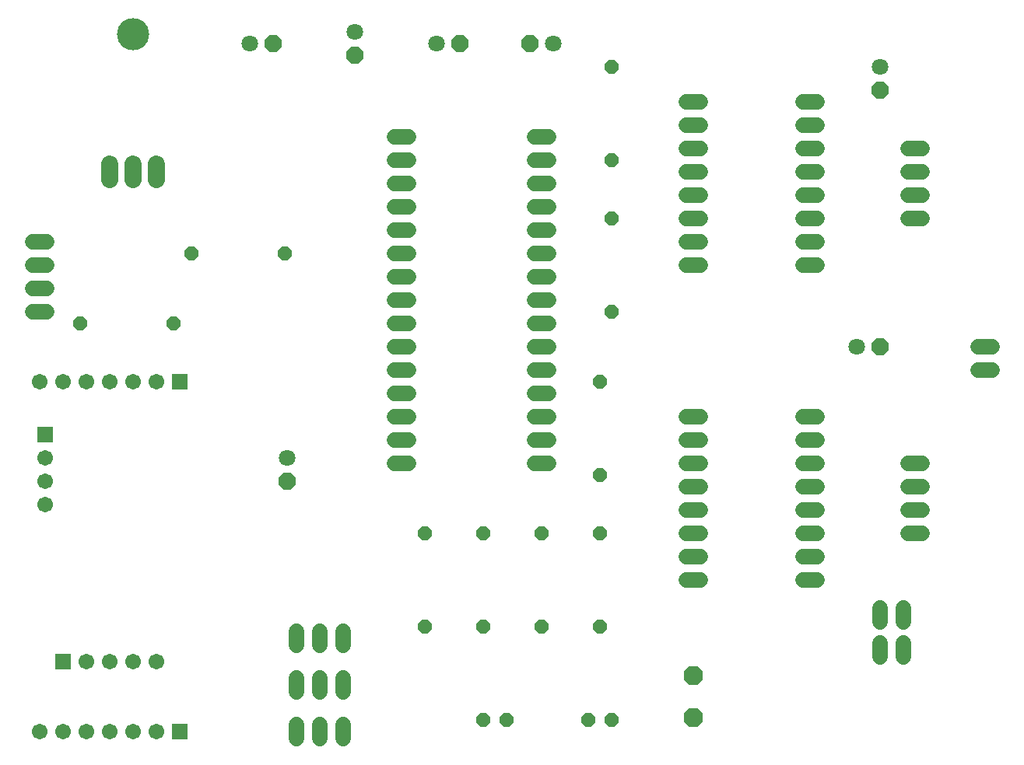
<source format=gbs>
G75*
%MOIN*%
%OFA0B0*%
%FSLAX25Y25*%
%IPPOS*%
%LPD*%
%AMOC8*
5,1,8,0,0,1.08239X$1,22.5*
%
%ADD10C,0.06800*%
%ADD11OC8,0.07100*%
%ADD12C,0.07100*%
%ADD13OC8,0.06000*%
%ADD14OC8,0.08300*%
%ADD15R,0.06737X0.06737*%
%ADD16C,0.06737*%
%ADD17C,0.07400*%
%ADD18C,0.13800*%
D10*
X0137250Y0025500D02*
X0137250Y0031500D01*
X0147250Y0031500D02*
X0147250Y0025500D01*
X0157250Y0025500D02*
X0157250Y0031500D01*
X0157250Y0045500D02*
X0157250Y0051500D01*
X0147250Y0051500D02*
X0147250Y0045500D01*
X0137250Y0045500D02*
X0137250Y0051500D01*
X0137250Y0065500D02*
X0137250Y0071500D01*
X0147250Y0071500D02*
X0147250Y0065500D01*
X0157250Y0065500D02*
X0157250Y0071500D01*
X0179250Y0143500D02*
X0185250Y0143500D01*
X0185250Y0153500D02*
X0179250Y0153500D01*
X0179250Y0163500D02*
X0185250Y0163500D01*
X0185250Y0173500D02*
X0179250Y0173500D01*
X0179250Y0183500D02*
X0185250Y0183500D01*
X0185250Y0193500D02*
X0179250Y0193500D01*
X0179250Y0203500D02*
X0185250Y0203500D01*
X0185250Y0213500D02*
X0179250Y0213500D01*
X0179250Y0223500D02*
X0185250Y0223500D01*
X0185250Y0233500D02*
X0179250Y0233500D01*
X0179250Y0243500D02*
X0185250Y0243500D01*
X0185250Y0253500D02*
X0179250Y0253500D01*
X0179250Y0263500D02*
X0185250Y0263500D01*
X0185250Y0273500D02*
X0179250Y0273500D01*
X0179250Y0283500D02*
X0185250Y0283500D01*
X0239250Y0283500D02*
X0245250Y0283500D01*
X0245250Y0273500D02*
X0239250Y0273500D01*
X0239250Y0263500D02*
X0245250Y0263500D01*
X0245250Y0253500D02*
X0239250Y0253500D01*
X0239250Y0243500D02*
X0245250Y0243500D01*
X0245250Y0233500D02*
X0239250Y0233500D01*
X0239250Y0223500D02*
X0245250Y0223500D01*
X0245250Y0213500D02*
X0239250Y0213500D01*
X0239250Y0203500D02*
X0245250Y0203500D01*
X0245250Y0193500D02*
X0239250Y0193500D01*
X0239250Y0183500D02*
X0245250Y0183500D01*
X0245250Y0173500D02*
X0239250Y0173500D01*
X0239250Y0163500D02*
X0245250Y0163500D01*
X0245250Y0153500D02*
X0239250Y0153500D01*
X0239250Y0143500D02*
X0245250Y0143500D01*
X0304250Y0143500D02*
X0310250Y0143500D01*
X0310250Y0133500D02*
X0304250Y0133500D01*
X0304250Y0123500D02*
X0310250Y0123500D01*
X0310250Y0113500D02*
X0304250Y0113500D01*
X0304250Y0103500D02*
X0310250Y0103500D01*
X0310250Y0093500D02*
X0304250Y0093500D01*
X0354250Y0093500D02*
X0360250Y0093500D01*
X0360250Y0103500D02*
X0354250Y0103500D01*
X0354250Y0113500D02*
X0360250Y0113500D01*
X0360250Y0123500D02*
X0354250Y0123500D01*
X0354250Y0133500D02*
X0360250Y0133500D01*
X0360250Y0143500D02*
X0354250Y0143500D01*
X0354250Y0153500D02*
X0360250Y0153500D01*
X0360250Y0163500D02*
X0354250Y0163500D01*
X0310250Y0163500D02*
X0304250Y0163500D01*
X0304250Y0153500D02*
X0310250Y0153500D01*
X0399250Y0143500D02*
X0405250Y0143500D01*
X0405250Y0133500D02*
X0399250Y0133500D01*
X0399250Y0123500D02*
X0405250Y0123500D01*
X0405250Y0113500D02*
X0399250Y0113500D01*
X0397250Y0081500D02*
X0397250Y0075500D01*
X0387250Y0075500D02*
X0387250Y0081500D01*
X0387250Y0066500D02*
X0387250Y0060500D01*
X0397250Y0060500D02*
X0397250Y0066500D01*
X0429250Y0183500D02*
X0435250Y0183500D01*
X0435250Y0193500D02*
X0429250Y0193500D01*
X0360250Y0228500D02*
X0354250Y0228500D01*
X0354250Y0238500D02*
X0360250Y0238500D01*
X0360250Y0248500D02*
X0354250Y0248500D01*
X0354250Y0258500D02*
X0360250Y0258500D01*
X0360250Y0268500D02*
X0354250Y0268500D01*
X0354250Y0278500D02*
X0360250Y0278500D01*
X0360250Y0288500D02*
X0354250Y0288500D01*
X0354250Y0298500D02*
X0360250Y0298500D01*
X0399250Y0278500D02*
X0405250Y0278500D01*
X0405250Y0268500D02*
X0399250Y0268500D01*
X0399250Y0258500D02*
X0405250Y0258500D01*
X0405250Y0248500D02*
X0399250Y0248500D01*
X0310250Y0248500D02*
X0304250Y0248500D01*
X0304250Y0258500D02*
X0310250Y0258500D01*
X0310250Y0268500D02*
X0304250Y0268500D01*
X0304250Y0278500D02*
X0310250Y0278500D01*
X0310250Y0288500D02*
X0304250Y0288500D01*
X0304250Y0298500D02*
X0310250Y0298500D01*
X0310250Y0238500D02*
X0304250Y0238500D01*
X0304250Y0228500D02*
X0310250Y0228500D01*
X0030250Y0228500D02*
X0024250Y0228500D01*
X0024250Y0218500D02*
X0030250Y0218500D01*
X0030250Y0208500D02*
X0024250Y0208500D01*
X0024250Y0238500D02*
X0030250Y0238500D01*
D11*
X0127250Y0323500D03*
X0162250Y0318500D03*
X0207250Y0323500D03*
X0237250Y0323500D03*
X0387250Y0303500D03*
X0387250Y0193500D03*
X0133500Y0136000D03*
D12*
X0133500Y0146000D03*
X0117250Y0323500D03*
X0162250Y0328500D03*
X0197250Y0323500D03*
X0247250Y0323500D03*
X0387250Y0313500D03*
X0377250Y0193500D03*
D13*
X0272250Y0208500D03*
X0267250Y0178500D03*
X0267250Y0138500D03*
X0267250Y0113500D03*
X0242250Y0113500D03*
X0217250Y0113500D03*
X0192250Y0113500D03*
X0192250Y0073500D03*
X0217250Y0073500D03*
X0242250Y0073500D03*
X0267250Y0073500D03*
X0262250Y0033500D03*
X0272250Y0033500D03*
X0227250Y0033500D03*
X0217250Y0033500D03*
X0084750Y0203500D03*
X0092250Y0233500D03*
X0132250Y0233500D03*
X0044750Y0203500D03*
X0272250Y0248500D03*
X0272250Y0273500D03*
X0272250Y0313500D03*
D14*
X0307250Y0052500D03*
X0307250Y0034500D03*
D15*
X0087250Y0028500D03*
X0037250Y0058500D03*
X0029750Y0156000D03*
X0087250Y0178500D03*
D16*
X0027250Y0028500D03*
X0037250Y0028500D03*
X0047250Y0028500D03*
X0057250Y0028500D03*
X0067250Y0028500D03*
X0077250Y0028500D03*
X0077250Y0058500D03*
X0067250Y0058500D03*
X0057250Y0058500D03*
X0047250Y0058500D03*
X0029750Y0126000D03*
X0029750Y0136000D03*
X0029750Y0146000D03*
X0027250Y0178500D03*
X0037250Y0178500D03*
X0047250Y0178500D03*
X0057250Y0178500D03*
X0067250Y0178500D03*
X0077250Y0178500D03*
D17*
X0077250Y0265200D02*
X0077250Y0271800D01*
X0067250Y0271800D02*
X0067250Y0265200D01*
X0057250Y0265200D02*
X0057250Y0271800D01*
D18*
X0067250Y0327500D03*
M02*

</source>
